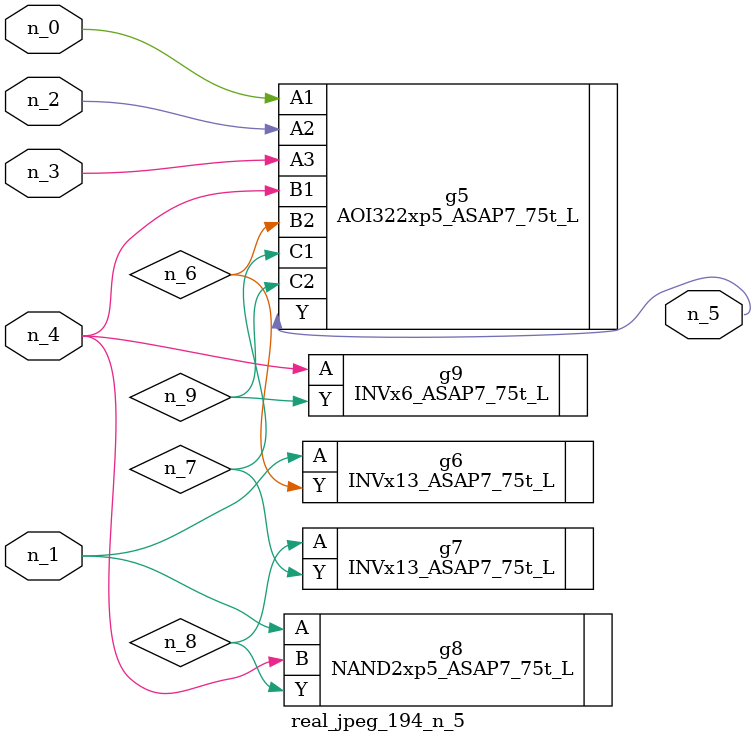
<source format=v>
module real_jpeg_194_n_5 (n_4, n_0, n_1, n_2, n_3, n_5);

input n_4;
input n_0;
input n_1;
input n_2;
input n_3;

output n_5;

wire n_8;
wire n_6;
wire n_7;
wire n_9;

AOI322xp5_ASAP7_75t_L g5 ( 
.A1(n_0),
.A2(n_2),
.A3(n_3),
.B1(n_4),
.B2(n_6),
.C1(n_7),
.C2(n_9),
.Y(n_5)
);

INVx13_ASAP7_75t_L g6 ( 
.A(n_1),
.Y(n_6)
);

NAND2xp5_ASAP7_75t_L g8 ( 
.A(n_1),
.B(n_4),
.Y(n_8)
);

INVx6_ASAP7_75t_L g9 ( 
.A(n_4),
.Y(n_9)
);

INVx13_ASAP7_75t_L g7 ( 
.A(n_8),
.Y(n_7)
);


endmodule
</source>
